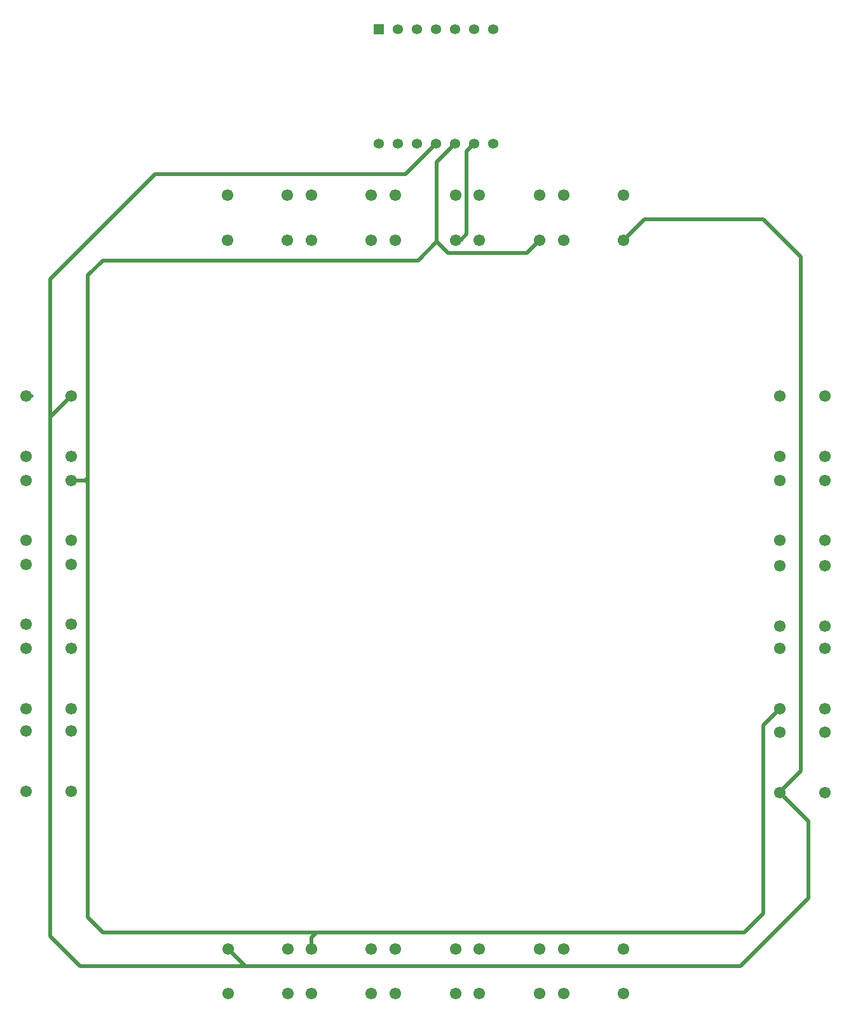
<source format=gbr>
%TF.GenerationSoftware,KiCad,Pcbnew,9.0.2-9.0.2-0~ubuntu22.04.1*%
%TF.CreationDate,2025-06-17T17:34:02-07:00*%
%TF.ProjectId,ddi_1.2,6464695f-312e-4322-9e6b-696361645f70,rev?*%
%TF.SameCoordinates,Original*%
%TF.FileFunction,Copper,L3,Inr*%
%TF.FilePolarity,Positive*%
%FSLAX46Y46*%
G04 Gerber Fmt 4.6, Leading zero omitted, Abs format (unit mm)*
G04 Created by KiCad (PCBNEW 9.0.2-9.0.2-0~ubuntu22.04.1) date 2025-06-17 17:34:02*
%MOMM*%
%LPD*%
G01*
G04 APERTURE LIST*
%TA.AperFunction,ComponentPad*%
%ADD10C,1.549400*%
%TD*%
%TA.AperFunction,ComponentPad*%
%ADD11R,1.358000X1.358000*%
%TD*%
%TA.AperFunction,ComponentPad*%
%ADD12C,1.358000*%
%TD*%
%TA.AperFunction,Conductor*%
%ADD13C,0.500000*%
%TD*%
G04 APERTURE END LIST*
D10*
%TO.N,/B2*%
%TO.C,SW7*%
X203200000Y-84800000D03*
%TO.N,unconnected-(SW7-b-Pad2)*%
X197199997Y-84800000D03*
%TO.N,unconnected-(SW7-c-Pad3)*%
X203200000Y-92799999D03*
%TO.N,/X2*%
X197199997Y-92799999D03*
%TD*%
%TO.N,/B4*%
%TO.C,SW17*%
X96800000Y-115200000D03*
%TO.N,unconnected-(SW17-b-Pad2)*%
X102800003Y-115200000D03*
%TO.N,unconnected-(SW17-c-Pad3)*%
X96800000Y-107200001D03*
%TO.N,/X2*%
X102800003Y-107200001D03*
%TD*%
%TO.N,/B4*%
%TO.C,SW20*%
X96800000Y-81600000D03*
%TO.N,unconnected-(SW20-b-Pad2)*%
X102800003Y-81600000D03*
%TO.N,unconnected-(SW20-c-Pad3)*%
X96800000Y-73600001D03*
%TO.N,/X5*%
X102800003Y-73600001D03*
%TD*%
%TO.N,/B1*%
%TO.C,SW5*%
X168400000Y-46800000D03*
%TO.N,unconnected-(SW5-b-Pad2)*%
X168400000Y-52800003D03*
%TO.N,unconnected-(SW5-c-Pad3)*%
X176399999Y-46800000D03*
%TO.N,/X5*%
X176399999Y-52800003D03*
%TD*%
%TO.N,/B2*%
%TO.C,SW6*%
X203200000Y-73600000D03*
%TO.N,unconnected-(SW6-b-Pad2)*%
X197199997Y-73600000D03*
%TO.N,unconnected-(SW6-c-Pad3)*%
X203200000Y-81599999D03*
%TO.N,/X1*%
X197199997Y-81599999D03*
%TD*%
%TO.N,/B3*%
%TO.C,SW13*%
X153999999Y-153200000D03*
%TO.N,unconnected-(SW13-b-Pad2)*%
X153999999Y-147199997D03*
%TO.N,unconnected-(SW13-c-Pad3)*%
X146000000Y-153200000D03*
%TO.N,/X3*%
X146000000Y-147199997D03*
%TD*%
%TO.N,/B2*%
%TO.C,SW9*%
X203200000Y-107200000D03*
%TO.N,unconnected-(SW9-b-Pad2)*%
X197199997Y-107200000D03*
%TO.N,unconnected-(SW9-c-Pad3)*%
X203200000Y-115199999D03*
%TO.N,/X4*%
X197199997Y-115199999D03*
%TD*%
%TO.N,/B2*%
%TO.C,SW8*%
X203200000Y-96200000D03*
%TO.N,unconnected-(SW8-b-Pad2)*%
X197199997Y-96200000D03*
%TO.N,unconnected-(SW8-c-Pad3)*%
X203200000Y-104199999D03*
%TO.N,/X3*%
X197199997Y-104199999D03*
%TD*%
%TO.N,/B3*%
%TO.C,SW12*%
X165199999Y-153200000D03*
%TO.N,unconnected-(SW12-b-Pad2)*%
X165199999Y-147199997D03*
%TO.N,unconnected-(SW12-c-Pad3)*%
X157200000Y-153200000D03*
%TO.N,/X2*%
X157200000Y-147199997D03*
%TD*%
%TO.N,/B1*%
%TO.C,SW1*%
X123600000Y-46800000D03*
%TO.N,unconnected-(SW1-b-Pad2)*%
X123600000Y-52800003D03*
%TO.N,unconnected-(SW1-c-Pad3)*%
X131599999Y-46800000D03*
%TO.N,/X1*%
X131599999Y-52800003D03*
%TD*%
%TO.N,/B4*%
%TO.C,SW18*%
X96800000Y-104000000D03*
%TO.N,unconnected-(SW18-b-Pad2)*%
X102800003Y-104000000D03*
%TO.N,unconnected-(SW18-c-Pad3)*%
X96800000Y-96000001D03*
%TO.N,/X3*%
X102800003Y-96000001D03*
%TD*%
%TO.N,/B3*%
%TO.C,SW15*%
X131699999Y-153200000D03*
%TO.N,unconnected-(SW15-b-Pad2)*%
X131699999Y-147199997D03*
%TO.N,unconnected-(SW15-c-Pad3)*%
X123700000Y-153200000D03*
%TO.N,/X5*%
X123700000Y-147199997D03*
%TD*%
%TO.N,/B1*%
%TO.C,SW2*%
X134800000Y-46800000D03*
%TO.N,unconnected-(SW2-b-Pad2)*%
X134800000Y-52800003D03*
%TO.N,unconnected-(SW2-c-Pad3)*%
X142799999Y-46800000D03*
%TO.N,/X2*%
X142799999Y-52800003D03*
%TD*%
%TO.N,/B1*%
%TO.C,SW3*%
X146000000Y-46800000D03*
%TO.N,unconnected-(SW3-b-Pad2)*%
X146000000Y-52800003D03*
%TO.N,unconnected-(SW3-c-Pad3)*%
X153999999Y-46800000D03*
%TO.N,/X3*%
X153999999Y-52800003D03*
%TD*%
%TO.N,/B3*%
%TO.C,SW11*%
X176399999Y-153200000D03*
%TO.N,unconnected-(SW11-b-Pad2)*%
X176399999Y-147199997D03*
%TO.N,unconnected-(SW11-c-Pad3)*%
X168400000Y-153200000D03*
%TO.N,/X1*%
X168400000Y-147199997D03*
%TD*%
%TO.N,/B4*%
%TO.C,SW16*%
X96800000Y-126200000D03*
%TO.N,unconnected-(SW16-b-Pad2)*%
X102800003Y-126200000D03*
%TO.N,unconnected-(SW16-c-Pad3)*%
X96800000Y-118200001D03*
%TO.N,/X1*%
X102800003Y-118200001D03*
%TD*%
%TO.N,/B3*%
%TO.C,SW14*%
X142799999Y-153200000D03*
%TO.N,unconnected-(SW14-b-Pad2)*%
X142799999Y-147199997D03*
%TO.N,unconnected-(SW14-c-Pad3)*%
X134800000Y-153200000D03*
%TO.N,/X4*%
X134800000Y-147199997D03*
%TD*%
%TO.N,/B4*%
%TO.C,SW19*%
X96800000Y-92800000D03*
%TO.N,unconnected-(SW19-b-Pad2)*%
X102800003Y-92800000D03*
%TO.N,unconnected-(SW19-c-Pad3)*%
X96800000Y-84800001D03*
%TO.N,/X4*%
X102800003Y-84800001D03*
%TD*%
%TO.N,/B1*%
%TO.C,SW4*%
X157200000Y-46800000D03*
%TO.N,unconnected-(SW4-b-Pad2)*%
X157200000Y-52800003D03*
%TO.N,unconnected-(SW4-c-Pad3)*%
X165199999Y-46800000D03*
%TO.N,/X4*%
X165199999Y-52800003D03*
%TD*%
%TO.N,/B2*%
%TO.C,SW10*%
X203200000Y-118400000D03*
%TO.N,unconnected-(SW10-b-Pad2)*%
X197199997Y-118400000D03*
%TO.N,unconnected-(SW10-c-Pad3)*%
X203200000Y-126399999D03*
%TO.N,/X5*%
X197199997Y-126399999D03*
%TD*%
D11*
%TO.N,/B1*%
%TO.C,U1*%
X143760000Y-24760000D03*
D12*
%TO.N,/B2*%
X146300000Y-24760000D03*
%TO.N,/B3*%
X148840000Y-24760000D03*
%TO.N,/B4*%
X151380000Y-24760000D03*
%TO.N,unconnected-(U1-PA8_A4_D4_SDA-Pad5)*%
X153920000Y-24760000D03*
%TO.N,unconnected-(U1-PA9_A5_D5_SCL-Pad6)*%
X156460000Y-24760000D03*
%TO.N,/X1*%
X159000000Y-24760000D03*
%TO.N,/X2*%
X159000000Y-40000000D03*
%TO.N,/X3*%
X156460000Y-40000000D03*
%TO.N,/X4*%
X153920000Y-40000000D03*
%TO.N,/X5*%
X151380000Y-40000000D03*
%TO.N,unconnected-(U1-3V3-Pad12)*%
X148840000Y-40000000D03*
%TO.N,unconnected-(U1-GND-Pad13)*%
X146300000Y-40000000D03*
%TO.N,unconnected-(U1-5V-Pad14)*%
X143760000Y-40000000D03*
%TD*%
D13*
%TO.N,/X3*%
X153999999Y-52800003D02*
X154699997Y-52800003D01*
X154699997Y-52800003D02*
X155500000Y-52000000D01*
X155500000Y-52000000D02*
X155500000Y-40960000D01*
X155500000Y-40960000D02*
X156460000Y-40000000D01*
%TO.N,/X4*%
X163500002Y-54500000D02*
X153000000Y-54500000D01*
X102800003Y-84800001D02*
X104500000Y-84800001D01*
X105000000Y-85100002D02*
X104699999Y-84800001D01*
X107000000Y-145000000D02*
X105000000Y-143000000D01*
X105000000Y-143000000D02*
X105000000Y-85500000D01*
X151500000Y-53000000D02*
X151500000Y-42420000D01*
X134800000Y-147199997D02*
X134800000Y-145700000D01*
X105000000Y-84500000D02*
X105000000Y-84000000D01*
X134800000Y-145700000D02*
X135500000Y-145000000D01*
X104699999Y-84800001D02*
X105000000Y-84500000D01*
X104500000Y-84800001D02*
X104699999Y-84800001D01*
X192500000Y-145000000D02*
X195000000Y-142500000D01*
X195000000Y-117399996D02*
X197199997Y-115199999D01*
X107000000Y-55500000D02*
X149000000Y-55500000D01*
X135500000Y-145000000D02*
X107000000Y-145000000D01*
X149000000Y-55500000D02*
X151500000Y-53000000D01*
X195000000Y-142500000D02*
X195000000Y-117399996D01*
X105000000Y-85500000D02*
X105000000Y-85100002D01*
X151500000Y-42420000D02*
X153920000Y-40000000D01*
X105000000Y-84000000D02*
X105000000Y-57500000D01*
X165199999Y-52800003D02*
X163500002Y-54500000D01*
X135500000Y-145000000D02*
X192500000Y-145000000D01*
X105000000Y-84000000D02*
X105000000Y-85500000D01*
X105000000Y-57500000D02*
X107000000Y-55500000D01*
X153000000Y-54500000D02*
X151500000Y-53000000D01*
%TO.N,/X5*%
X200000000Y-55000000D02*
X195000000Y-50000000D01*
X192000000Y-149500000D02*
X201000000Y-140500000D01*
X100000000Y-145500000D02*
X100000000Y-76400004D01*
X147380000Y-44000000D02*
X151380000Y-40000000D01*
X123700000Y-147199997D02*
X126000003Y-149500000D01*
X104000000Y-149500000D02*
X100000000Y-145500000D01*
X126500000Y-149500000D02*
X104000000Y-149500000D01*
X201000000Y-140500000D02*
X201000000Y-130200002D01*
X200000000Y-123500000D02*
X200000000Y-55000000D01*
X195000000Y-50000000D02*
X179200002Y-50000000D01*
X126000003Y-149500000D02*
X126500000Y-149500000D01*
X197199997Y-126399999D02*
X197199997Y-126300003D01*
X126500000Y-149500000D02*
X192000000Y-149500000D01*
X114000000Y-44000000D02*
X147380000Y-44000000D01*
X100000000Y-76400004D02*
X102800003Y-73600001D01*
X201000000Y-130200002D02*
X197199997Y-126399999D01*
X197199997Y-126300003D02*
X200000000Y-123500000D01*
X100000000Y-76400004D02*
X100000000Y-58000000D01*
X100000000Y-58000000D02*
X114000000Y-44000000D01*
X179200002Y-50000000D02*
X176399999Y-52800003D01*
%TO.N,unconnected-(SW20-c-Pad3)*%
X96800000Y-73600001D02*
X97600001Y-73600001D01*
%TD*%
M02*

</source>
